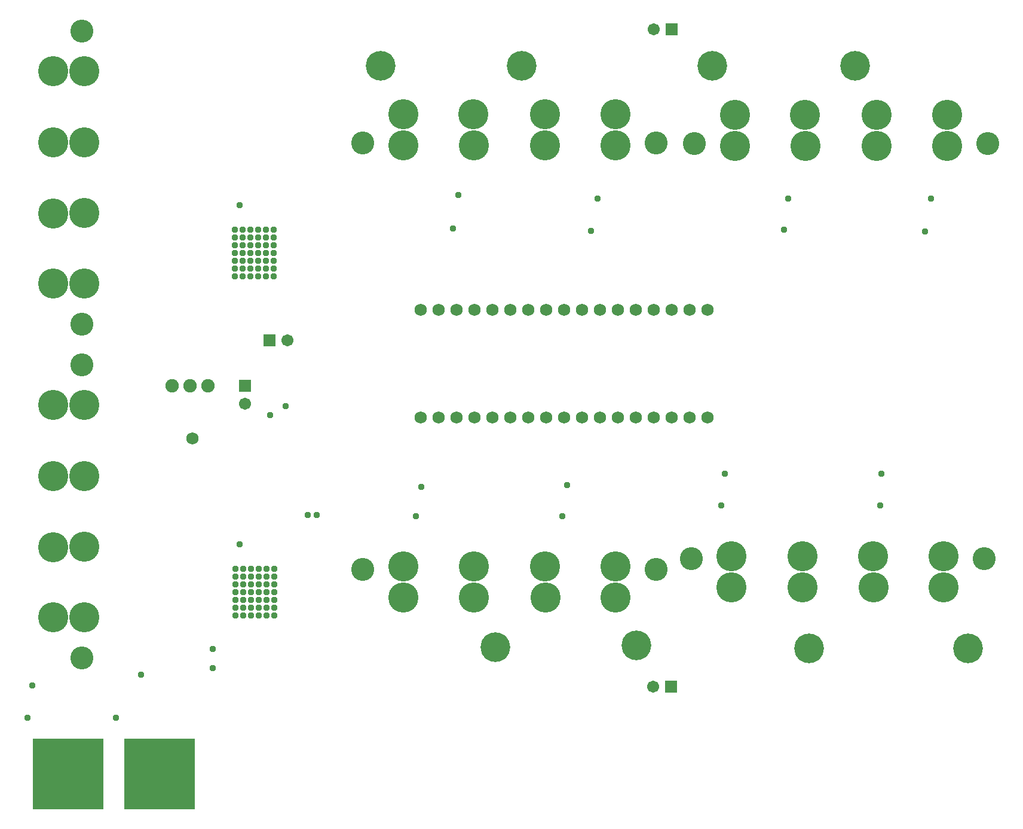
<source format=gbs>
G04 Layer_Color=16711935*
%FSLAX25Y25*%
%MOIN*%
G70*
G01*
G75*
%ADD61R,0.06706X0.06706*%
%ADD62C,0.06706*%
%ADD63C,0.03702*%
%ADD64C,0.06800*%
%ADD65C,0.16548*%
%ADD66C,0.07493*%
%ADD67R,0.06706X0.06706*%
%ADD68C,0.16800*%
%ADD69C,0.12800*%
G36*
X47244Y98D02*
X7874D01*
Y39469D01*
X47244D01*
Y98D01*
D02*
G37*
G36*
X98032D02*
X58661D01*
Y39469D01*
X98032D01*
Y98D01*
D02*
G37*
D61*
X139764Y261417D02*
D03*
X364173Y434646D02*
D03*
X363779Y68504D02*
D03*
D62*
X149764Y261417D02*
D03*
X354173Y434646D02*
D03*
X353780Y68504D02*
D03*
X125984Y226220D02*
D03*
D63*
X148819Y224803D02*
D03*
X140157Y219685D02*
D03*
X166142Y163976D02*
D03*
X161024Y164173D02*
D03*
X108268Y89370D02*
D03*
Y78740D02*
D03*
X245079Y342520D02*
D03*
X322835Y340551D02*
D03*
X429134D02*
D03*
X508858D02*
D03*
X480315Y169291D02*
D03*
X391732D02*
D03*
X303150Y163386D02*
D03*
X221457D02*
D03*
X4921Y51181D02*
D03*
X54134D02*
D03*
X68110Y75197D02*
D03*
X7382Y69095D02*
D03*
X123031Y147638D02*
D03*
Y336614D02*
D03*
X319146Y322587D02*
D03*
X426772Y323228D02*
D03*
X505315Y322244D02*
D03*
X305878Y180878D02*
D03*
X224410Y179724D02*
D03*
X481299Y187043D02*
D03*
X393701D02*
D03*
X242126Y323819D02*
D03*
X120472Y305709D02*
D03*
Y301378D02*
D03*
Y297047D02*
D03*
X124803D02*
D03*
X129134D02*
D03*
X133465D02*
D03*
X137795D02*
D03*
X142126D02*
D03*
X124803Y301378D02*
D03*
X129134D02*
D03*
X133465D02*
D03*
X137795D02*
D03*
X142126D02*
D03*
X124803Y305709D02*
D03*
X129134D02*
D03*
X133465D02*
D03*
X137795D02*
D03*
X142126D02*
D03*
X124803Y310039D02*
D03*
X129134D02*
D03*
X133465D02*
D03*
X137795D02*
D03*
X142126D02*
D03*
X120472Y314370D02*
D03*
Y318701D02*
D03*
Y323031D02*
D03*
X124803Y314370D02*
D03*
X129134D02*
D03*
X133465D02*
D03*
X137795D02*
D03*
X142126D02*
D03*
X124803Y318701D02*
D03*
X129134D02*
D03*
X133465D02*
D03*
X137795D02*
D03*
X142126D02*
D03*
X124803Y323031D02*
D03*
X129134D02*
D03*
X133465D02*
D03*
X137795D02*
D03*
X142126D02*
D03*
X120472Y310039D02*
D03*
X120669Y116732D02*
D03*
X125000D02*
D03*
X129331D02*
D03*
X133661D02*
D03*
X137992D02*
D03*
X142323D02*
D03*
X120669Y112402D02*
D03*
Y108071D02*
D03*
X125000D02*
D03*
X129331D02*
D03*
X133661D02*
D03*
X137992D02*
D03*
X142323D02*
D03*
X125000Y112402D02*
D03*
X129331D02*
D03*
X133661D02*
D03*
X137992D02*
D03*
X142323D02*
D03*
X125000Y121063D02*
D03*
X129331D02*
D03*
X133661D02*
D03*
X137992D02*
D03*
X142323D02*
D03*
X120669Y125394D02*
D03*
Y129724D02*
D03*
Y134055D02*
D03*
X125000Y125394D02*
D03*
X129331D02*
D03*
X133661D02*
D03*
X137992D02*
D03*
X142323D02*
D03*
X125000Y129724D02*
D03*
X129331D02*
D03*
X133661D02*
D03*
X137992D02*
D03*
X142323D02*
D03*
X125000Y134055D02*
D03*
X129331D02*
D03*
X133661D02*
D03*
X137992D02*
D03*
X142323D02*
D03*
X120669Y121063D02*
D03*
D64*
X96850Y206693D02*
D03*
X224173Y278543D02*
D03*
X234173D02*
D03*
X244173D02*
D03*
X254173D02*
D03*
X264173D02*
D03*
X274173D02*
D03*
X284173D02*
D03*
X294173D02*
D03*
X304173D02*
D03*
X314173D02*
D03*
X324173D02*
D03*
X334173D02*
D03*
X344173D02*
D03*
X354173D02*
D03*
X364173D02*
D03*
X374173D02*
D03*
X384173D02*
D03*
Y218543D02*
D03*
X374173D02*
D03*
X364173D02*
D03*
X354173D02*
D03*
X344173D02*
D03*
X334173D02*
D03*
X324173D02*
D03*
X314173D02*
D03*
X304173D02*
D03*
X294173D02*
D03*
X284173D02*
D03*
X274173D02*
D03*
X264173D02*
D03*
X254173D02*
D03*
X244173D02*
D03*
X234173D02*
D03*
X224173D02*
D03*
D65*
X529528Y89602D02*
D03*
X440945D02*
D03*
X344488Y91535D02*
D03*
X265748Y90551D02*
D03*
X466535Y414370D02*
D03*
X386811D02*
D03*
X201772Y414370D02*
D03*
X280512D02*
D03*
D66*
X105630Y236221D02*
D03*
X95630D02*
D03*
X85630D02*
D03*
D67*
X125984D02*
D03*
D68*
X399554Y386963D02*
D03*
X438554D02*
D03*
X517754D02*
D03*
X478354D02*
D03*
Y369663D02*
D03*
X517754D02*
D03*
X438954D02*
D03*
X399554D02*
D03*
X515786Y123899D02*
D03*
X476786D02*
D03*
X397586D02*
D03*
X436986D02*
D03*
Y141199D02*
D03*
X397586D02*
D03*
X476386D02*
D03*
X515786D02*
D03*
X214537Y387379D02*
D03*
X253537D02*
D03*
X332737D02*
D03*
X293337D02*
D03*
Y370079D02*
D03*
X332737D02*
D03*
X253937D02*
D03*
X214537D02*
D03*
X332729Y117958D02*
D03*
X293729D02*
D03*
X214529D02*
D03*
X253929D02*
D03*
Y135258D02*
D03*
X214529D02*
D03*
X293329D02*
D03*
X332729D02*
D03*
X19094Y107063D02*
D03*
Y146063D02*
D03*
Y225263D02*
D03*
Y185863D02*
D03*
X36395D02*
D03*
Y225263D02*
D03*
Y146463D02*
D03*
Y107063D02*
D03*
X19094Y293087D02*
D03*
Y332087D02*
D03*
Y411287D02*
D03*
Y371887D02*
D03*
X36395D02*
D03*
Y411287D02*
D03*
Y332487D02*
D03*
Y293087D02*
D03*
D69*
X376954Y371063D02*
D03*
X540354D02*
D03*
X538386Y139799D02*
D03*
X374986D02*
D03*
X191937Y371479D02*
D03*
X355337D02*
D03*
X355329Y133858D02*
D03*
X191929D02*
D03*
X34995Y84463D02*
D03*
Y247863D02*
D03*
Y270487D02*
D03*
Y433887D02*
D03*
M02*

</source>
